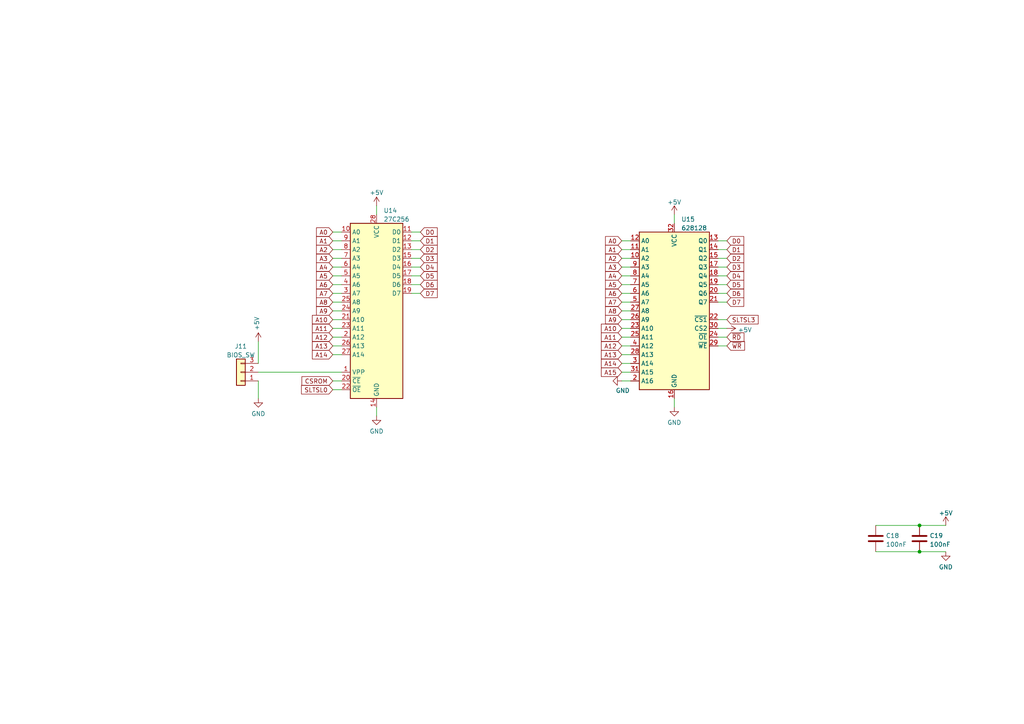
<source format=kicad_sch>
(kicad_sch (version 20250114) (generator "eeschema") (generator_version "9.0")
  (paper "A4")
  (title_block (title "JFF") (date "2025-07-16") (rev "1.1b-TMSHAT") (company "Skoti / herraa1") (comment 1 "Just for Fun - Computer"))
  (lib_symbols
    (symbol "Connector_Generic:Conn_01x03" (pin_names (offset 1.016) (hide yes))
      (property "Reference" "J" (at 0 5.08 0))
      (property "Value" "Conn_01x03" (at 0 -5.08 0))
      (symbol "Conn_01x03_1_1"
        (rectangle (start -1.27 3.81) (end 1.27 -3.81) (stroke (width 0.254)) (fill (type background)))
        (rectangle (start -1.27 2.667) (end 0 2.413) (stroke (width 0.1524)))
        (rectangle (start -1.27 0.127) (end 0 -0.127) (stroke (width 0.1524)))
        (rectangle (start -1.27 -2.413) (end 0 -2.667) (stroke (width 0.1524)))
        (pin passive line (at -5.08 2.54 0) (length 3.81) (name "Pin_1") (number "1"))
        (pin passive line (at -5.08 0 0) (length 3.81) (name "Pin_2") (number "2"))
        (pin passive line (at -5.08 -2.54 0) (length 3.81) (name "Pin_3") (number "3"))
      )
    )
    (symbol "Device:C" (pin_numbers (hide yes)) (pin_names (offset 0.254))
      (property "Reference" "C" (at 0.635 2.54 0))
      (property "Value" "C" (at 0.635 -2.54 0))
      (symbol "C_0_1"
        (polyline (pts (xy -2.032 0.762) (xy 2.032 0.762)) (stroke (width 0.508)))
        (polyline (pts (xy -2.032 -0.762) (xy 2.032 -0.762)) (stroke (width 0.508)))
      )
      (symbol "C_1_1"
        (pin passive line (at 0 3.81 270) (length 2.794) (name "~") (number "1"))
        (pin passive line (at 0 -3.81 90) (length 2.794) (name "~") (number "2"))
      )
    )
    (symbol "Memory_EPROM:27C256"
      (property "Reference" "U" (at -7.62 26.67 0))
      (property "Value" "27C256" (at 2.54 -26.67 0))
      (symbol "27C256_1_1"
        (rectangle (start -7.62 25.4) (end 7.62 -25.4) (stroke (width 0.254)) (fill (type background)))
        (pin input line (at -10.16 22.86 0) (length 2.54) (name "A0") (number "10"))
        (pin input line (at -10.16 20.32 0) (length 2.54) (name "A1") (number "9"))
        (pin input line (at -10.16 17.78 0) (length 2.54) (name "A2") (number "8"))
        (pin input line (at -10.16 15.24 0) (length 2.54) (name "A3") (number "7"))
        (pin input line (at -10.16 12.7 0) (length 2.54) (name "A4") (number "6"))
        (pin input line (at -10.16 10.16 0) (length 2.54) (name "A5") (number "5"))
        (pin input line (at -10.16 7.62 0) (length 2.54) (name "A6") (number "4"))
        (pin input line (at -10.16 5.08 0) (length 2.54) (name "A7") (number "3"))
        (pin input line (at -10.16 2.54 0) (length 2.54) (name "A8") (number "25"))
        (pin input line (at -10.16 0 0) (length 2.54) (name "A9") (number "24"))
        (pin input line (at -10.16 -2.54 0) (length 2.54) (name "A10") (number "21"))
        (pin input line (at -10.16 -5.08 0) (length 2.54) (name "A11") (number "23"))
        (pin input line (at -10.16 -7.62 0) (length 2.54) (name "A12") (number "2"))
        (pin input line (at -10.16 -10.16 0) (length 2.54) (name "A13") (number "26"))
        (pin input line (at -10.16 -12.7 0) (length 2.54) (name "A14") (number "27"))
        (pin input line (at -10.16 -17.78 0) (length 2.54) (name "VPP") (number "1"))
        (pin input line (at -10.16 -20.32 0) (length 2.54) (name "~{CE}") (number "20"))
        (pin input line (at -10.16 -22.86 0) (length 2.54) (name "~{OE}") (number "22"))
        (pin power_in line (at 0 27.94 270) (length 2.54) (name "VCC") (number "28"))
        (pin power_in line (at 0 -27.94 90) (length 2.54) (name "GND") (number "14"))
        (pin tri_state line (at 10.16 22.86 180) (length 2.54) (name "D0") (number "11"))
        (pin tri_state line (at 10.16 20.32 180) (length 2.54) (name "D1") (number "12"))
        (pin tri_state line (at 10.16 17.78 180) (length 2.54) (name "D2") (number "13"))
        (pin tri_state line (at 10.16 15.24 180) (length 2.54) (name "D3") (number "15"))
        (pin tri_state line (at 10.16 12.7 180) (length 2.54) (name "D4") (number "16"))
        (pin tri_state line (at 10.16 10.16 180) (length 2.54) (name "D5") (number "17"))
        (pin tri_state line (at 10.16 7.62 180) (length 2.54) (name "D6") (number "18"))
        (pin tri_state line (at 10.16 5.08 180) (length 2.54) (name "D7") (number "19"))
      )
    )
    (symbol "Memory_RAM:628128_DIP32_SSOP32"
      (property "Reference" "U" (at -10.16 23.495 0))
      (property "Value" "628128_DIP32_SSOP32" (at 2.54 23.495 0))
      (symbol "628128_DIP32_SSOP32_0_0"
        (pin power_in line (at 0 25.4 270) (length 2.54) (name "VCC") (number "32"))
        (pin power_in line (at 0 -25.4 90) (length 2.54) (name "GND") (number "16"))
      )
      (symbol "628128_DIP32_SSOP32_0_1"
        (rectangle (start -10.16 22.86) (end 10.16 -22.86) (stroke (width 0.254)) (fill (type background)))
      )
      (symbol "628128_DIP32_SSOP32_1_1"
        (pin input line (at -12.7 20.32 0) (length 2.54) (name "A0") (number "12"))
        (pin input line (at -12.7 17.78 0) (length 2.54) (name "A1") (number "11"))
        (pin input line (at -12.7 15.24 0) (length 2.54) (name "A2") (number "10"))
        (pin input line (at -12.7 12.7 0) (length 2.54) (name "A3") (number "9"))
        (pin input line (at -12.7 10.16 0) (length 2.54) (name "A4") (number "8"))
        (pin input line (at -12.7 7.62 0) (length 2.54) (name "A5") (number "7"))
        (pin input line (at -12.7 5.08 0) (length 2.54) (name "A6") (number "6"))
        (pin input line (at -12.7 2.54 0) (length 2.54) (name "A7") (number "5"))
        (pin input line (at -12.7 0 0) (length 2.54) (name "A8") (number "27"))
        (pin input line (at -12.7 -2.54 0) (length 2.54) (name "A9") (number "26"))
        (pin input line (at -12.7 -5.08 0) (length 2.54) (name "A10") (number "23"))
        (pin input line (at -12.7 -7.62 0) (length 2.54) (name "A11") (number "25"))
        (pin input line (at -12.7 -10.16 0) (length 2.54) (name "A12") (number "4"))
        (pin input line (at -12.7 -12.7 0) (length 2.54) (name "A13") (number "28"))
        (pin input line (at -12.7 -15.24 0) (length 2.54) (name "A14") (number "3"))
        (pin input line (at -12.7 -17.78 0) (length 2.54) (name "A15") (number "31"))
        (pin input line (at -12.7 -20.32 0) (length 2.54) (name "A16") (number "2"))
        (pin no_connect line (at 10.16 -20.32 180) (length 2.54) (hide yes) (name "NC") (number "1"))
        (pin tri_state line (at 12.7 20.32 180) (length 2.54) (name "Q0") (number "13"))
        (pin tri_state line (at 12.7 17.78 180) (length 2.54) (name "Q1") (number "14"))
        (pin tri_state line (at 12.7 15.24 180) (length 2.54) (name "Q2") (number "15"))
        (pin tri_state line (at 12.7 12.7 180) (length 2.54) (name "Q3") (number "17"))
        (pin tri_state line (at 12.7 10.16 180) (length 2.54) (name "Q4") (number "18"))
        (pin tri_state line (at 12.7 7.62 180) (length 2.54) (name "Q5") (number "19"))
        (pin tri_state line (at 12.7 5.08 180) (length 2.54) (name "Q6") (number "20"))
        (pin tri_state line (at 12.7 2.54 180) (length 2.54) (name "Q7") (number "21"))
        (pin input line (at 12.7 -2.54 180) (length 2.54) (name "~{CS1}") (number "22"))
        (pin input line (at 12.7 -5.08 180) (length 2.54) (name "CS2") (number "30"))
        (pin input line (at 12.7 -7.62 180) (length 2.54) (name "~{OE}") (number "24"))
        (pin input line (at 12.7 -10.16 180) (length 2.54) (name "~{WE}") (number "29"))
      )
    )
    (symbol "power:+5V" (power) (pin_names (offset 0))
      (property "Value" "+5V" (at 0 3.556 0))
      (symbol "+5V_0_1"
        (polyline (pts (xy -0.762 1.27) (xy 0 2.54)))
        (polyline (pts (xy 0 2.54) (xy 0.762 1.27)))
        (polyline (pts (xy 0 0) (xy 0 2.54)))
      )
      (symbol "+5V_1_1"
        (pin power_in line (at 0 0 90) (length 0) (hide yes) (name "+5V") (number "1"))
      )
    )
    (symbol "power:GND" (power) (pin_names (offset 0))
      (property "Value" "GND" (at 0 -3.81 0))
      (symbol "GND_0_1"
        (polyline (pts (xy 0 0) (xy 0 -1.27) (xy 1.27 -1.27) (xy 0 -2.54) (xy -1.27 -1.27) (xy 0 -1.27)))
      )
      (symbol "GND_1_1"
        (pin power_in line (at 0 0 270) (length 0) (hide yes) (name "GND") (number "1"))
      )
    )
  )
  (junction (at 266.7 152.4))
  (junction (at 266.7 160.02))
  (wire (pts (xy 96.52 77.47) (xy 99.06 77.47)))
  (wire (pts (xy 180.34 82.55) (xy 182.88 82.55)))
  (wire (pts (xy 180.34 102.87) (xy 182.88 102.87)))
  (wire (pts (xy 180.34 77.47) (xy 182.88 77.47)))
  (wire (pts (xy 96.52 67.31) (xy 99.06 67.31)))
  (wire (pts (xy 208.28 82.55) (xy 210.82 82.55)))
  (wire (pts (xy 180.34 92.71) (xy 182.88 92.71)))
  (wire (pts (xy 96.52 87.63) (xy 99.06 87.63)))
  (wire (pts (xy 208.28 100.33) (xy 210.82 100.33)))
  (wire (pts (xy 74.93 110.49) (xy 74.93 115.57)))
  (wire (pts (xy 119.38 85.09) (xy 121.92 85.09)))
  (wire (pts (xy 96.52 85.09) (xy 99.06 85.09)))
  (wire (pts (xy 180.34 110.49) (xy 182.88 110.49)))
  (wire (pts (xy 119.38 77.47) (xy 121.92 77.47)))
  (wire (pts (xy 180.34 90.17) (xy 182.88 90.17)))
  (wire (pts (xy 96.52 95.25) (xy 99.06 95.25)))
  (wire (pts (xy 109.22 59.69) (xy 109.22 62.23)))
  (wire (pts (xy 180.34 80.01) (xy 182.88 80.01)))
  (wire (pts (xy 119.38 69.85) (xy 121.92 69.85)))
  (wire (pts (xy 96.52 90.17) (xy 99.06 90.17)))
  (wire (pts (xy 96.52 82.55) (xy 99.06 82.55)))
  (wire (pts (xy 195.58 62.23) (xy 195.58 64.77)))
  (wire (pts (xy 96.52 102.87) (xy 99.06 102.87)))
  (wire (pts (xy 208.28 80.01) (xy 210.82 80.01)))
  (wire (pts (xy 96.52 74.93) (xy 99.06 74.93)))
  (wire (pts (xy 180.34 69.85) (xy 182.88 69.85)))
  (wire (pts (xy 208.28 74.93) (xy 210.82 74.93)))
  (wire (pts (xy 208.28 85.09) (xy 210.82 85.09)))
  (wire (pts (xy 180.34 74.93) (xy 182.88 74.93)))
  (wire (pts (xy 180.34 107.95) (xy 182.88 107.95)))
  (wire (pts (xy 208.28 72.39) (xy 210.82 72.39)))
  (wire (pts (xy 180.34 100.33) (xy 182.88 100.33)))
  (wire (pts (xy 180.34 95.25) (xy 182.88 95.25)))
  (wire (pts (xy 119.38 80.01) (xy 121.92 80.01)))
  (wire (pts (xy 96.52 72.39) (xy 99.06 72.39)))
  (wire (pts (xy 254 152.4) (xy 266.7 152.4)))
  (wire (pts (xy 180.34 105.41) (xy 182.88 105.41)))
  (wire (pts (xy 96.52 110.49) (xy 99.06 110.49)))
  (wire (pts (xy 208.28 97.79) (xy 210.82 97.79)))
  (wire (pts (xy 96.52 92.71) (xy 99.06 92.71)))
  (wire (pts (xy 119.38 82.55) (xy 121.92 82.55)))
  (wire (pts (xy 208.28 69.85) (xy 210.82 69.85)))
  (wire (pts (xy 180.34 97.79) (xy 182.88 97.79)))
  (wire (pts (xy 266.7 160.02) (xy 274.32 160.02)))
  (wire (pts (xy 74.93 99.06) (xy 74.93 105.41)))
  (wire (pts (xy 180.34 87.63) (xy 182.88 87.63)))
  (wire (pts (xy 208.28 87.63) (xy 210.82 87.63)))
  (wire (pts (xy 208.28 77.47) (xy 210.82 77.47)))
  (wire (pts (xy 74.93 107.95) (xy 99.06 107.95)))
  (wire (pts (xy 254 160.02) (xy 266.7 160.02)))
  (wire (pts (xy 119.38 72.39) (xy 121.92 72.39)))
  (wire (pts (xy 266.7 152.4) (xy 274.32 152.4)))
  (wire (pts (xy 96.52 100.33) (xy 99.06 100.33)))
  (wire (pts (xy 119.38 67.31) (xy 121.92 67.31)))
  (wire (pts (xy 195.58 115.57) (xy 195.58 118.11)))
  (wire (pts (xy 96.52 113.03) (xy 99.06 113.03)))
  (wire (pts (xy 180.34 85.09) (xy 182.88 85.09)))
  (wire (pts (xy 180.34 72.39) (xy 182.88 72.39)))
  (wire (pts (xy 96.52 69.85) (xy 99.06 69.85)))
  (wire (pts (xy 96.52 80.01) (xy 99.06 80.01)))
  (wire (pts (xy 109.22 118.11) (xy 109.22 120.65)))
  (wire (pts (xy 208.28 95.25) (xy 210.82 95.25)))
  (wire (pts (xy 208.28 92.71) (xy 210.82 92.71)))
  (wire (pts (xy 96.52 97.79) (xy 99.06 97.79)))
  (wire (pts (xy 119.38 74.93) (xy 121.92 74.93)))
  (global_label "D5" (shape input) (at 210.82 82.55 0) (property "Intersheetrefs" "${INTERSHEET_REFS}" (effects (hide yes))))
  (global_label "A3" (shape input) (at 96.52 74.93 180) (property "Intersheetrefs" "${INTERSHEET_REFS}" (effects (hide yes))))
  (global_label "A5" (shape input) (at 96.52 80.01 180) (property "Intersheetrefs" "${INTERSHEET_REFS}" (effects (hide yes))))
  (global_label "A10" (shape input) (at 180.34 95.25 180) (property "Intersheetrefs" "${INTERSHEET_REFS}" (effects (hide yes))))
  (global_label "D1" (shape input) (at 210.82 72.39 0) (property "Intersheetrefs" "${INTERSHEET_REFS}" (effects (hide yes))))
  (global_label "D7" (shape input) (at 210.82 87.63 0) (property "Intersheetrefs" "${INTERSHEET_REFS}" (effects (hide yes))))
  (global_label "A6" (shape input) (at 96.52 82.55 180) (property "Intersheetrefs" "${INTERSHEET_REFS}" (effects (hide yes))))
  (global_label "A1" (shape input) (at 96.52 69.85 180) (property "Intersheetrefs" "${INTERSHEET_REFS}" (effects (hide yes))))
  (global_label "A8" (shape input) (at 96.52 87.63 180) (property "Intersheetrefs" "${INTERSHEET_REFS}" (effects (hide yes))))
  (global_label "A11" (shape input) (at 180.34 97.79 180) (property "Intersheetrefs" "${INTERSHEET_REFS}" (effects (hide yes))))
  (global_label "D5" (shape input) (at 121.92 80.01 0) (property "Intersheetrefs" "${INTERSHEET_REFS}" (effects (hide yes))))
  (global_label "A2" (shape input) (at 96.52 72.39 180) (property "Intersheetrefs" "${INTERSHEET_REFS}" (effects (hide yes))))
  (global_label "A8" (shape input) (at 180.34 90.17 180) (property "Intersheetrefs" "${INTERSHEET_REFS}" (effects (hide yes))))
  (global_label "A4" (shape input) (at 180.34 80.01 180) (property "Intersheetrefs" "${INTERSHEET_REFS}" (effects (hide yes))))
  (global_label "A12" (shape input) (at 96.52 97.79 180) (property "Intersheetrefs" "${INTERSHEET_REFS}" (effects (hide yes))))
  (global_label "D0" (shape input) (at 210.82 69.85 0) (property "Intersheetrefs" "${INTERSHEET_REFS}" (effects (hide yes))))
  (global_label "A4" (shape input) (at 96.52 77.47 180) (property "Intersheetrefs" "${INTERSHEET_REFS}" (effects (hide yes))))
  (global_label "~{WR}" (shape input) (at 210.82 100.33 0) (property "Intersheetrefs" "${INTERSHEET_REFS}" (effects (hide yes))))
  (global_label "A9" (shape input) (at 180.34 92.71 180) (property "Intersheetrefs" "${INTERSHEET_REFS}" (effects (hide yes))))
  (global_label "D3" (shape input) (at 210.82 77.47 0) (property "Intersheetrefs" "${INTERSHEET_REFS}" (effects (hide yes))))
  (global_label "A5" (shape input) (at 180.34 82.55 180) (property "Intersheetrefs" "${INTERSHEET_REFS}" (effects (hide yes))))
  (global_label "A12" (shape input) (at 180.34 100.33 180) (property "Intersheetrefs" "${INTERSHEET_REFS}" (effects (hide yes))))
  (global_label "SLTSL3" (shape input) (at 210.82 92.71 0) (property "Intersheetrefs" "${INTERSHEET_REFS}" (effects (hide yes))))
  (global_label "A14" (shape input) (at 180.34 105.41 180) (property "Intersheetrefs" "${INTERSHEET_REFS}" (effects (hide yes))))
  (global_label "D3" (shape input) (at 121.92 74.93 0) (property "Intersheetrefs" "${INTERSHEET_REFS}" (effects (hide yes))))
  (global_label "D2" (shape input) (at 210.82 74.93 0) (property "Intersheetrefs" "${INTERSHEET_REFS}" (effects (hide yes))))
  (global_label "A13" (shape input) (at 96.52 100.33 180) (property "Intersheetrefs" "${INTERSHEET_REFS}" (effects (hide yes))))
  (global_label "A3" (shape input) (at 180.34 77.47 180) (property "Intersheetrefs" "${INTERSHEET_REFS}" (effects (hide yes))))
  (global_label "A10" (shape input) (at 96.52 92.71 180) (property "Intersheetrefs" "${INTERSHEET_REFS}" (effects (hide yes))))
  (global_label "D1" (shape input) (at 121.92 69.85 0) (property "Intersheetrefs" "${INTERSHEET_REFS}" (effects (hide yes))))
  (global_label "A1" (shape input) (at 180.34 72.39 180) (property "Intersheetrefs" "${INTERSHEET_REFS}" (effects (hide yes))))
  (global_label "A7" (shape input) (at 96.52 85.09 180) (property "Intersheetrefs" "${INTERSHEET_REFS}" (effects (hide yes))))
  (global_label "D0" (shape input) (at 121.92 67.31 0) (property "Intersheetrefs" "${INTERSHEET_REFS}" (effects (hide yes))))
  (global_label "A2" (shape input) (at 180.34 74.93 180) (property "Intersheetrefs" "${INTERSHEET_REFS}" (effects (hide yes))))
  (global_label "D4" (shape input) (at 210.82 80.01 0) (property "Intersheetrefs" "${INTERSHEET_REFS}" (effects (hide yes))))
  (global_label "A14" (shape input) (at 96.52 102.87 180) (property "Intersheetrefs" "${INTERSHEET_REFS}" (effects (hide yes))))
  (global_label "D6" (shape input) (at 121.92 82.55 0) (property "Intersheetrefs" "${INTERSHEET_REFS}" (effects (hide yes))))
  (global_label "D4" (shape input) (at 121.92 77.47 0) (property "Intersheetrefs" "${INTERSHEET_REFS}" (effects (hide yes))))
  (global_label "A15" (shape input) (at 180.34 107.95 180) (property "Intersheetrefs" "${INTERSHEET_REFS}" (effects (hide yes))))
  (global_label "D6" (shape input) (at 210.82 85.09 0) (property "Intersheetrefs" "${INTERSHEET_REFS}" (effects (hide yes))))
  (global_label "A13" (shape input) (at 180.34 102.87 180) (property "Intersheetrefs" "${INTERSHEET_REFS}" (effects (hide yes))))
  (global_label "A6" (shape input) (at 180.34 85.09 180) (property "Intersheetrefs" "${INTERSHEET_REFS}" (effects (hide yes))))
  (global_label "CSROM" (shape input) (at 96.52 110.49 180) (property "Intersheetrefs" "${INTERSHEET_REFS}" (effects (hide yes))))
  (global_label "D2" (shape input) (at 121.92 72.39 0) (property "Intersheetrefs" "${INTERSHEET_REFS}" (effects (hide yes))))
  (global_label "A0" (shape input) (at 180.34 69.85 180) (property "Intersheetrefs" "${INTERSHEET_REFS}" (effects (hide yes))))
  (global_label "D7" (shape input) (at 121.92 85.09 0) (property "Intersheetrefs" "${INTERSHEET_REFS}" (effects (hide yes))))
  (global_label "SLTSL0" (shape input) (at 96.52 113.03 180) (property "Intersheetrefs" "${INTERSHEET_REFS}" (effects (hide yes))))
  (global_label "A11" (shape input) (at 96.52 95.25 180) (property "Intersheetrefs" "${INTERSHEET_REFS}" (effects (hide yes))))
  (global_label "A9" (shape input) (at 96.52 90.17 180) (property "Intersheetrefs" "${INTERSHEET_REFS}" (effects (hide yes))))
  (global_label "~{RD}" (shape input) (at 210.82 97.79 0) (property "Intersheetrefs" "${INTERSHEET_REFS}" (effects (hide yes))))
  (global_label "A0" (shape input) (at 96.52 67.31 180) (property "Intersheetrefs" "${INTERSHEET_REFS}" (effects (hide yes))))
  (global_label "A7" (shape input) (at 180.34 87.63 180) (property "Intersheetrefs" "${INTERSHEET_REFS}" (effects (hide yes))))
  (symbol (lib_id "Memory_RAM:628128_DIP32_SSOP32") (at 195.58 90.17 0) (unit 1)
    (property "Reference" "U15" (at 197.5994 63.6102 0) (effects (justify left)))
    (property "Value" "628128" (at 197.5994 66.1471 0) (effects (justify left)))
    (property "Footprint" "Package_DIP:DIP-32_W15.24mm_Socket" (effects (hide yes)))
    (property "Datasheet" "http://www.futurlec.com/Datasheet/Memory/628128.pdf" (effects (hide yes)))
  )
  (symbol (lib_id "power:GND") (at 180.34 110.49 270) (unit 1)
    (property "Reference" "#PWR0140" (effects (hide yes)))
    (property "Value" "GND" (at 178.562 113.284 90) (effects (justify left)))
  )
  (symbol (lib_id "Connector_Generic:Conn_01x03") (at 69.85 107.95 180) (unit 1)
    (property "Reference" "J11" (at 69.85 100.4402 0))
    (property "Value" "BIOS_SW" (at 69.85 102.9771 0))
    (property "Footprint" "Connector_PinHeader_2.54mm:PinHeader_1x03_P2.54mm_Vertical" (effects (hide yes)))
  )
  (symbol (lib_id "power:GND") (at 195.58 118.11 0) (unit 1)
    (property "Reference" "#PWR0141" (effects (hide yes)))
    (property "Value" "GND" (at 195.58 122.5534 0))
  )
  (symbol (lib_id "power:+5V") (at 109.22 59.69 0) (unit 1)
    (property "Reference" "#PWR0122" (effects (hide yes)))
    (property "Value" "+5V" (at 109.22 55.88 0))
  )
  (symbol (lib_id "Device:C") (at 254 156.21 0) (unit 1)
    (property "Reference" "C18" (at 256.921 155.3753 0) (effects (justify left)))
    (property "Value" "100nF" (at 256.921 157.9122 0) (effects (justify left)))
    (property "Footprint" "Capacitor_THT:C_Disc_D3.0mm_W2.0mm_P2.50mm" (effects (hide yes)))
  )
  (symbol (lib_id "power:+5V") (at 74.93 99.06 0) (unit 1)
    (property "Reference" "#PWR0137" (effects (hide yes)))
    (property "Value" "+5V" (at 74.4962 95.8851 90) (effects (justify left)))
  )
  (symbol (lib_id "power:GND") (at 274.32 160.02 0) (unit 1)
    (property "Reference" "#PWR0207" (effects (hide yes)))
    (property "Value" "GND" (at 274.32 164.4634 0))
  )
  (symbol (lib_id "Memory_EPROM:27C256") (at 109.22 90.17 0) (unit 1)
    (property "Reference" "U14" (at 111.2394 61.0702 0) (effects (justify left)))
    (property "Value" "27C256" (at 111.2394 63.6071 0) (effects (justify left)))
    (property "Footprint" "Package_DIP:DIP-28_W15.24mm_Socket" (effects (hide yes)))
    (property "Datasheet" "http://ww1.microchip.com/downloads/en/DeviceDoc/doc0014.pdf" (effects (hide yes)))
  )
  (symbol (lib_id "Device:C") (at 266.7 156.21 0) (unit 1)
    (property "Reference" "C19" (at 269.621 155.3753 0) (effects (justify left)))
    (property "Value" "100nF" (at 269.621 157.9122 0) (effects (justify left)))
    (property "Footprint" "Capacitor_THT:C_Disc_D3.0mm_W2.0mm_P2.50mm" (effects (hide yes)))
  )
  (symbol (lib_id "power:+5V") (at 195.58 62.23 0) (unit 1)
    (property "Reference" "#PWR0138" (effects (hide yes)))
    (property "Value" "+5V" (at 195.58 58.6542 0))
  )
  (symbol (lib_id "power:GND") (at 74.93 115.57 0) (unit 1)
    (property "Reference" "#PWR02" (effects (hide yes)))
    (property "Value" "GND" (at 74.93 120.0134 0))
  )
  (symbol (lib_id "power:GND") (at 109.22 120.65 0) (unit 1)
    (property "Reference" "#PWR0121" (effects (hide yes)))
    (property "Value" "GND" (at 109.22 125.0934 0))
  )
  (symbol (lib_id "power:+5V") (at 210.82 95.25 270) (unit 1)
    (property "Reference" "#PWR0139" (effects (hide yes)))
    (property "Value" "+5V" (at 213.995 95.6838 90) (effects (justify left)))
  )
  (symbol (lib_id "power:+5V") (at 274.32 152.4 0) (unit 1)
    (property "Reference" "#PWR0206" (effects (hide yes)))
    (property "Value" "+5V" (at 274.32 148.8242 0))
  )
)
</source>
